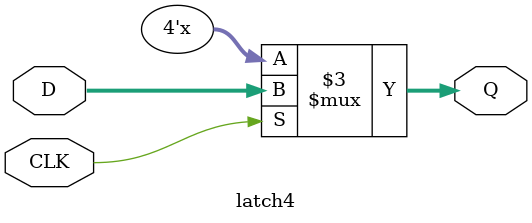
<source format=v>
module latch4 (
 input CLK,
 input [3:0] D,
 output reg [3:0] Q
);
 always @(CLK or D) begin
 if (CLK)
 Q = D;
 end
endmodule 
</source>
